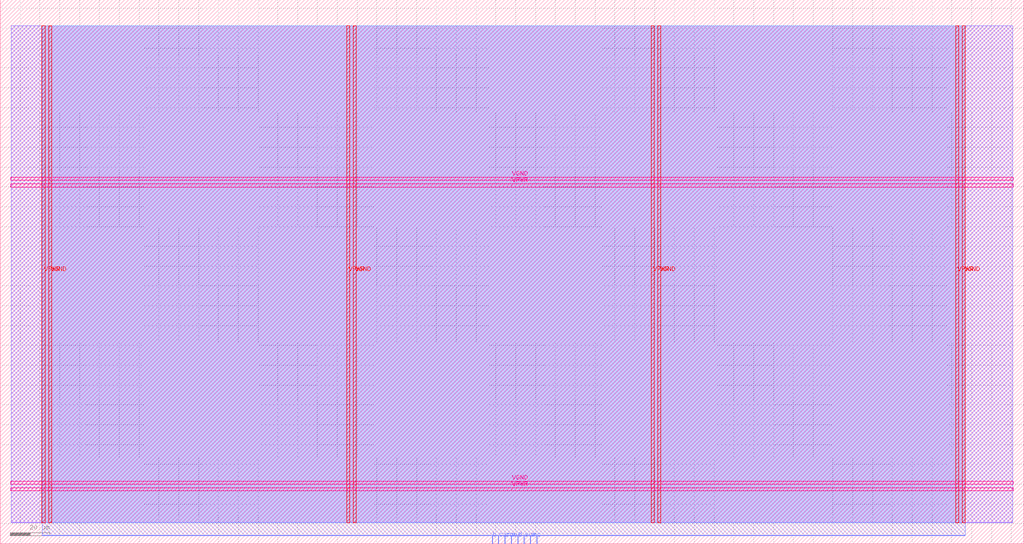
<source format=lef>
VERSION 5.7 ;
  NOWIREEXTENSIONATPIN ON ;
  DIVIDERCHAR "/" ;
  BUSBITCHARS "[]" ;
MACRO dff_full_adder
  CLASS BLOCK ;
  FOREIGN dff_full_adder ;
  ORIGIN 0.000 0.000 ;
  SIZE 516.255 BY 274.370 ;
  PIN VGND
    DIRECTION INOUT ;
    USE GROUND ;
    PORT
      LAYER met4 ;
        RECT 24.340 10.640 25.940 261.360 ;
    END
    PORT
      LAYER met4 ;
        RECT 177.940 10.640 179.540 261.360 ;
    END
    PORT
      LAYER met4 ;
        RECT 331.540 10.640 333.140 261.360 ;
    END
    PORT
      LAYER met4 ;
        RECT 485.140 10.640 486.740 261.360 ;
    END
    PORT
      LAYER met5 ;
        RECT 5.280 30.030 510.840 31.630 ;
    END
    PORT
      LAYER met5 ;
        RECT 5.280 183.210 510.840 184.810 ;
    END
  END VGND
  PIN VPWR
    DIRECTION INOUT ;
    USE POWER ;
    PORT
      LAYER met4 ;
        RECT 21.040 10.640 22.640 261.360 ;
    END
    PORT
      LAYER met4 ;
        RECT 174.640 10.640 176.240 261.360 ;
    END
    PORT
      LAYER met4 ;
        RECT 328.240 10.640 329.840 261.360 ;
    END
    PORT
      LAYER met4 ;
        RECT 481.840 10.640 483.440 261.360 ;
    END
    PORT
      LAYER met5 ;
        RECT 5.280 26.730 510.840 28.330 ;
    END
    PORT
      LAYER met5 ;
        RECT 5.280 179.910 510.840 181.510 ;
    END
  END VPWR
  PIN a
    DIRECTION INPUT ;
    USE SIGNAL ;
    ANTENNAGATEAREA 0.159000 ;
    PORT
      LAYER met2 ;
        RECT 257.690 0.000 257.970 4.000 ;
    END
  END a
  PIN b
    DIRECTION INPUT ;
    USE SIGNAL ;
    ANTENNAGATEAREA 0.159000 ;
    PORT
      LAYER met2 ;
        RECT 248.030 0.000 248.310 4.000 ;
    END
  END b
  PIN c
    DIRECTION OUTPUT TRISTATE ;
    USE SIGNAL ;
    ANTENNADIFFAREA 0.795200 ;
    PORT
      LAYER met2 ;
        RECT 270.570 0.000 270.850 4.000 ;
    END
  END c
  PIN cin
    DIRECTION INPUT ;
    USE SIGNAL ;
    ANTENNAGATEAREA 0.213000 ;
    PORT
      LAYER met2 ;
        RECT 251.250 0.000 251.530 4.000 ;
    END
  END cin
  PIN cout
    DIRECTION OUTPUT TRISTATE ;
    USE SIGNAL ;
    ANTENNADIFFAREA 0.795200 ;
    PORT
      LAYER met2 ;
        RECT 254.470 0.000 254.750 4.000 ;
    END
  END cout
  PIN d
    DIRECTION OUTPUT TRISTATE ;
    USE SIGNAL ;
    ANTENNADIFFAREA 0.795200 ;
    PORT
      LAYER met2 ;
        RECT 260.910 0.000 261.190 4.000 ;
    END
  END d
  PIN e
    DIRECTION OUTPUT TRISTATE ;
    USE SIGNAL ;
    ANTENNADIFFAREA 0.795200 ;
    PORT
      LAYER met2 ;
        RECT 267.350 0.000 267.630 4.000 ;
    END
  END e
  PIN sum
    DIRECTION OUTPUT TRISTATE ;
    USE SIGNAL ;
    ANTENNADIFFAREA 0.795200 ;
    PORT
      LAYER met2 ;
        RECT 264.130 0.000 264.410 4.000 ;
    END
  END sum
  OBS
      LAYER li1 ;
        RECT 5.520 10.795 510.600 261.205 ;
      LAYER met1 ;
        RECT 5.520 10.640 510.600 261.360 ;
      LAYER met2 ;
        RECT 21.070 4.280 486.710 261.305 ;
        RECT 21.070 4.000 247.750 4.280 ;
        RECT 248.590 4.000 250.970 4.280 ;
        RECT 251.810 4.000 254.190 4.280 ;
        RECT 255.030 4.000 257.410 4.280 ;
        RECT 258.250 4.000 260.630 4.280 ;
        RECT 261.470 4.000 263.850 4.280 ;
        RECT 264.690 4.000 267.070 4.280 ;
        RECT 267.910 4.000 270.290 4.280 ;
        RECT 271.130 4.000 486.710 4.280 ;
      LAYER met3 ;
        RECT 21.050 10.715 486.730 261.285 ;
  END
END dff_full_adder
END LIBRARY


</source>
